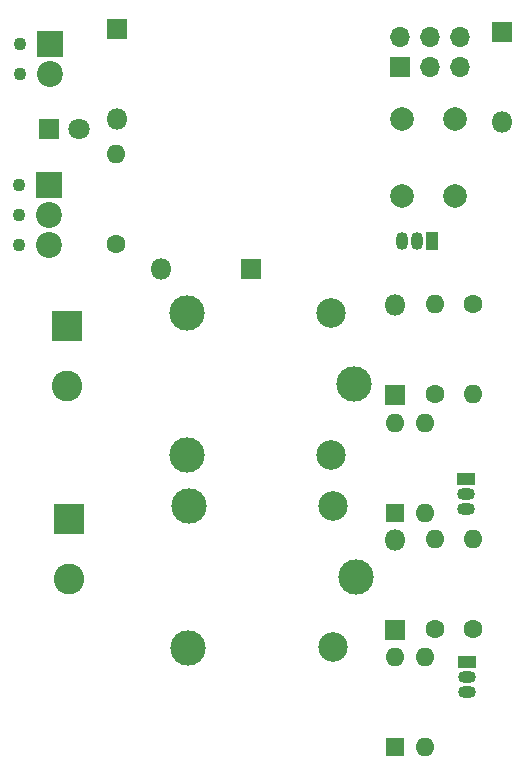
<source format=gbr>
%TF.GenerationSoftware,KiCad,Pcbnew,8.0.7*%
%TF.CreationDate,2025-07-07T17:53:00+05:30*%
%TF.ProjectId,SRF_V1,5352465f-5631-42e6-9b69-6361645f7063,rev?*%
%TF.SameCoordinates,Original*%
%TF.FileFunction,Soldermask,Bot*%
%TF.FilePolarity,Negative*%
%FSLAX46Y46*%
G04 Gerber Fmt 4.6, Leading zero omitted, Abs format (unit mm)*
G04 Created by KiCad (PCBNEW 8.0.7) date 2025-07-07 17:53:00*
%MOMM*%
%LPD*%
G01*
G04 APERTURE LIST*
%ADD10O,1.600000X1.600000*%
%ADD11R,1.600000X1.600000*%
%ADD12C,2.000000*%
%ADD13C,1.600000*%
%ADD14R,1.500000X1.050000*%
%ADD15O,1.500000X1.050000*%
%ADD16O,1.050000X1.500000*%
%ADD17R,1.050000X1.500000*%
%ADD18C,3.000000*%
%ADD19C,2.500000*%
%ADD20R,2.600000X2.600000*%
%ADD21C,2.600000*%
%ADD22C,2.200000*%
%ADD23R,2.200000X2.200000*%
%ADD24C,1.100000*%
%ADD25O,1.700000X1.700000*%
%ADD26R,1.700000X1.700000*%
%ADD27C,1.800000*%
%ADD28R,1.800000X1.800000*%
%ADD29O,1.800000X1.800000*%
G04 APERTURE END LIST*
D10*
%TO.C,U3*%
X92010000Y-104350000D03*
X94550000Y-104350000D03*
X94550000Y-111970000D03*
D11*
X92010000Y-111970000D03*
%TD*%
%TO.C,U2*%
X92075000Y-131820000D03*
D10*
X94615000Y-131820000D03*
X94615000Y-124200000D03*
X92075000Y-124200000D03*
%TD*%
D12*
%TO.C,SW1*%
X92600000Y-85150000D03*
X92600000Y-78650000D03*
X97100000Y-85150000D03*
X97100000Y-78650000D03*
%TD*%
D10*
%TO.C,R5*%
X68400000Y-81580000D03*
D13*
X68400000Y-89200000D03*
%TD*%
D10*
%TO.C,R4*%
X98600000Y-101960000D03*
D13*
X98600000Y-94340000D03*
%TD*%
%TO.C,R3*%
X95450000Y-101910000D03*
D10*
X95450000Y-94290000D03*
%TD*%
D13*
%TO.C,R2*%
X98600000Y-121830000D03*
D10*
X98600000Y-114210000D03*
%TD*%
D13*
%TO.C,R1*%
X95450000Y-121820000D03*
D10*
X95450000Y-114200000D03*
%TD*%
D14*
%TO.C,Q3*%
X98050000Y-109100000D03*
D15*
X98050000Y-110370000D03*
X98050000Y-111640000D03*
%TD*%
D14*
%TO.C,Q2*%
X98100000Y-124650000D03*
D15*
X98100000Y-125920000D03*
X98100000Y-127190000D03*
%TD*%
D16*
%TO.C,Q1*%
X92600000Y-89000000D03*
X93870000Y-89000000D03*
D17*
X95140000Y-89000000D03*
%TD*%
D18*
%TO.C,K2*%
X88600000Y-101100000D03*
D19*
X86650000Y-95050000D03*
D18*
X74450000Y-95050000D03*
X74400000Y-107100000D03*
D19*
X86650000Y-107050000D03*
%TD*%
%TO.C,K1*%
X86800000Y-123370000D03*
D18*
X74550000Y-123420000D03*
X74600000Y-111370000D03*
D19*
X86800000Y-111370000D03*
D18*
X88750000Y-117420000D03*
%TD*%
D20*
%TO.C,J5*%
X64245000Y-96205000D03*
D21*
X64245000Y-101285000D03*
%TD*%
D22*
%TO.C,J4*%
X62740000Y-89300000D03*
X62740000Y-86760000D03*
D23*
X62740000Y-84220000D03*
D24*
X60200000Y-89300000D03*
X60200000Y-86760000D03*
X60200000Y-84220000D03*
%TD*%
D20*
%TO.C,J3*%
X64400000Y-112520000D03*
D21*
X64400000Y-117600000D03*
%TD*%
D25*
%TO.C,J2*%
X97500000Y-71710000D03*
X97500000Y-74250000D03*
X94960000Y-71710000D03*
X94960000Y-74250000D03*
X92420000Y-71710000D03*
D26*
X92420000Y-74250000D03*
%TD*%
D22*
%TO.C,J1*%
X62850000Y-74850000D03*
D23*
X62850000Y-72310000D03*
D24*
X60310000Y-74850000D03*
X60310000Y-72310000D03*
%TD*%
D27*
%TO.C,D6*%
X65270000Y-79500000D03*
D28*
X62730000Y-79500000D03*
%TD*%
%TO.C,D5*%
X92050000Y-102010000D03*
D29*
X92050000Y-94390000D03*
%TD*%
D28*
%TO.C,D4*%
X92050000Y-121920000D03*
D29*
X92050000Y-114300000D03*
%TD*%
%TO.C,D3*%
X101100000Y-78910000D03*
D28*
X101100000Y-71290000D03*
%TD*%
D29*
%TO.C,D2*%
X72230000Y-91300000D03*
D28*
X79850000Y-91300000D03*
%TD*%
D29*
%TO.C,D1*%
X68500000Y-78660000D03*
D28*
X68500000Y-71040000D03*
%TD*%
M02*

</source>
